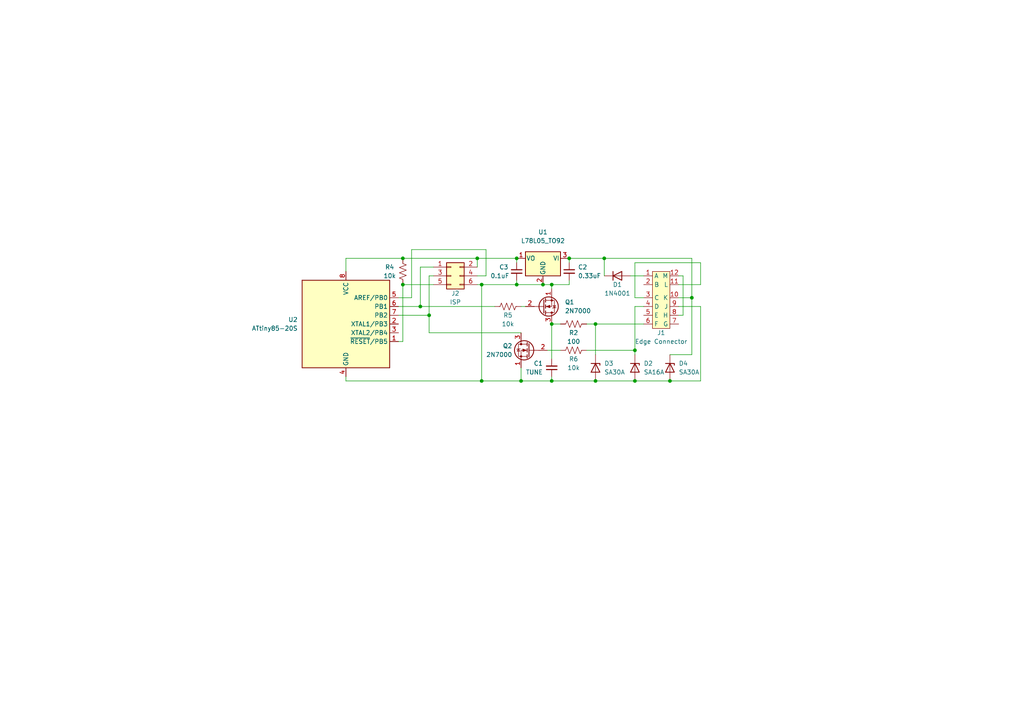
<source format=kicad_sch>
(kicad_sch (version 20211123) (generator eeschema)
  (paper "A4")
  (lib_symbols
    (symbol "CRUISE_CONTROL:CRUISE_EDGE" (in_bom no) (on_board no)
      (property "Reference" "C" (at 0 0 0))
      (property "Value" "CRUISE_EDGE" (at 0 0 0))
      (symbol "CRUISE_EDGE_0_1"
        (rectangle (start -2.54 -2.54) (end 2.54 -19.05) (fill (type background)))
      )
      (symbol "CRUISE_EDGE_1_1"
        (pin input line (at -5.08 -3.81 0) (length 2.54) (name "A") (number "1"))
        (pin input line (at 5.08 -10.16 180) (length 2.54) (name "K") (number "10"))
        (pin input line (at 5.08 -6.35 180) (length 2.54) (name "L") (number "11"))
        (pin input line (at 5.08 -3.81 180) (length 2.54) (name "M") (number "12"))
        (pin input line (at -5.08 -6.35 0) (length 2.54) (name "B") (number "2"))
        (pin input line (at -5.08 -10.16 0) (length 2.54) (name "C") (number "3"))
        (pin input line (at -5.08 -12.7 0) (length 2.54) (name "D") (number "4"))
        (pin input line (at -5.08 -15.24 0) (length 2.54) (name "E") (number "5"))
        (pin input line (at -5.08 -17.78 0) (length 2.54) (name "F") (number "6"))
        (pin input line (at 5.08 -17.78 180) (length 2.54) (name "G") (number "7"))
        (pin input line (at 5.08 -15.24 180) (length 2.54) (name "H") (number "8"))
        (pin input line (at 5.08 -12.7 180) (length 2.54) (name "J") (number "9"))
      )
    )
    (symbol "Connector_Generic:Conn_02x03_Odd_Even" (pin_names (offset 1.016) hide)
      (property "Reference" "J" (at 1.27 5.08 0))
      (property "Value" "Conn_02x03_Odd_Even" (at 1.27 -5.08 0))
      (symbol "Conn_02x03_Odd_Even_1_1"
        (rectangle (start -1.27 -2.413) (end 0 -2.667) (stroke (width 0.1524)))
        (rectangle (start -1.27 0.127) (end 0 -0.127) (stroke (width 0.1524)))
        (rectangle (start -1.27 2.667) (end 0 2.413) (stroke (width 0.1524)))
        (rectangle (start -1.27 3.81) (end 3.81 -3.81) (stroke (width 0.254)) (fill (type background)))
        (rectangle (start 3.81 -2.413) (end 2.54 -2.667) (stroke (width 0.1524)))
        (rectangle (start 3.81 0.127) (end 2.54 -0.127) (stroke (width 0.1524)))
        (rectangle (start 3.81 2.667) (end 2.54 2.413) (stroke (width 0.1524)))
        (pin passive line (at -5.08 2.54 0) (length 3.81) (name "Pin_1") (number "1"))
        (pin passive line (at 7.62 2.54 180) (length 3.81) (name "Pin_2") (number "2"))
        (pin passive line (at -5.08 0 0) (length 3.81) (name "Pin_3") (number "3"))
        (pin passive line (at 7.62 0 180) (length 3.81) (name "Pin_4") (number "4"))
        (pin passive line (at -5.08 -2.54 0) (length 3.81) (name "Pin_5") (number "5"))
        (pin passive line (at 7.62 -2.54 180) (length 3.81) (name "Pin_6") (number "6"))
      )
    )
    (symbol "Device:C_Small" (pin_numbers hide) (pin_names (offset 0.254) hide)
      (property "Reference" "C" (at 0.254 1.778 0))
      (property "Value" "C_Small" (at 0.254 -2.032 0))
      (symbol "C_Small_0_1"
        (polyline (pts (xy -1.524 -0.508) (xy 1.524 -0.508)) (stroke (width 0.3302)))
        (polyline (pts (xy -1.524 0.508) (xy 1.524 0.508)) (stroke (width 0.3048)))
      )
      (symbol "C_Small_1_1"
        (pin passive line (at 0 2.54 270) (length 2.032) (name "~") (number "1"))
        (pin passive line (at 0 -2.54 90) (length 2.032) (name "~") (number "2"))
      )
    )
    (symbol "Device:D_Zener" (pin_numbers hide) (pin_names (offset 1.016) hide)
      (property "Reference" "D" (at 0 2.54 0))
      (property "Value" "D_Zener" (at 0 -2.54 0))
      (symbol "D_Zener_0_1"
        (polyline (pts (xy 1.27 0) (xy -1.27 0)))
        (polyline (pts (xy -1.27 -1.27) (xy -1.27 1.27) (xy -0.762 1.27)) (stroke (width 0.254)))
        (polyline (pts (xy 1.27 -1.27) (xy 1.27 1.27) (xy -1.27 0) (xy 1.27 -1.27)) (stroke (width 0.254)))
      )
      (symbol "D_Zener_1_1"
        (pin passive line (at -3.81 0 0) (length 2.54) (name "K") (number "1"))
        (pin passive line (at 3.81 0 180) (length 2.54) (name "A") (number "2"))
      )
    )
    (symbol "Device:R_US" (pin_numbers hide) (pin_names (offset 0))
      (property "Reference" "R" (at 2.54 0 90))
      (property "Value" "R_US" (at -2.54 0 90))
      (symbol "R_US_0_1"
        (polyline (pts (xy 0 -2.286) (xy 0 -2.54)))
        (polyline (pts (xy 0 2.286) (xy 0 2.54)))
        (polyline (pts (xy 0 -0.762) (xy 1.016 -1.143) (xy 0 -1.524) (xy -1.016 -1.905) (xy 0 -2.286)))
        (polyline (pts (xy 0 0.762) (xy 1.016 0.381) (xy 0 0) (xy -1.016 -0.381) (xy 0 -0.762)))
        (polyline (pts (xy 0 2.286) (xy 1.016 1.905) (xy 0 1.524) (xy -1.016 1.143) (xy 0 0.762)))
      )
      (symbol "R_US_1_1"
        (pin passive line (at 0 3.81 270) (length 1.27) (name "~") (number "1"))
        (pin passive line (at 0 -3.81 90) (length 1.27) (name "~") (number "2"))
      )
    )
    (symbol "Diode:1N4001" (pin_numbers hide) (pin_names hide)
      (property "Reference" "D" (at 0 2.54 0))
      (property "Value" "1N4001" (at 0 -2.54 0))
      (symbol "1N4001_0_1"
        (polyline (pts (xy -1.27 1.27) (xy -1.27 -1.27)) (stroke (width 0.254)))
        (polyline (pts (xy 1.27 0) (xy -1.27 0)))
        (polyline (pts (xy 1.27 1.27) (xy 1.27 -1.27) (xy -1.27 0) (xy 1.27 1.27)) (stroke (width 0.254)))
      )
      (symbol "1N4001_1_1"
        (pin passive line (at -3.81 0 0) (length 2.54) (name "K") (number "1"))
        (pin passive line (at 3.81 0 180) (length 2.54) (name "A") (number "2"))
      )
    )
    (symbol "MCU_Microchip_ATtiny:ATtiny85-20S"
      (property "Reference" "U" (at -12.7 13.97 0))
      (property "Value" "ATtiny85-20S" (at 2.54 -13.97 0))
      (symbol "ATtiny85-20S_0_1"
        (rectangle (start -12.7 -12.7) (end 12.7 12.7) (stroke (width 0.254)) (fill (type background)))
      )
      (symbol "ATtiny85-20S_1_1"
        (pin bidirectional line (at 15.24 -5.08 180) (length 2.54) (name "~{RESET}/PB5") (number "1"))
        (pin bidirectional line (at 15.24 0 180) (length 2.54) (name "XTAL1/PB3") (number "2"))
        (pin bidirectional line (at 15.24 -2.54 180) (length 2.54) (name "XTAL2/PB4") (number "3"))
        (pin power_in line (at 0 -15.24 90) (length 2.54) (name "GND") (number "4"))
        (pin bidirectional line (at 15.24 7.62 180) (length 2.54) (name "AREF/PB0") (number "5"))
        (pin bidirectional line (at 15.24 5.08 180) (length 2.54) (name "PB1") (number "6"))
        (pin bidirectional line (at 15.24 2.54 180) (length 2.54) (name "PB2") (number "7"))
        (pin power_in line (at 0 15.24 270) (length 2.54) (name "VCC") (number "8"))
      )
    )
    (symbol "Regulator_Linear:L78L05_TO92" (pin_names (offset 0.254))
      (property "Reference" "U" (at -3.81 3.175 0))
      (property "Value" "L78L05_TO92" (at 0 3.175 0))
      (symbol "L78L05_TO92_0_1"
        (rectangle (start -5.08 -5.08) (end 5.08 1.905) (stroke (width 0.254)) (fill (type background)))
      )
      (symbol "L78L05_TO92_1_1"
        (pin power_out line (at 7.62 0 180) (length 2.54) (name "VO") (number "1"))
        (pin power_in line (at 0 -7.62 90) (length 2.54) (name "GND") (number "2"))
        (pin power_in line (at -7.62 0 0) (length 2.54) (name "VI") (number "3"))
      )
    )
    (symbol "Transistor_FET:2N7000" (pin_names hide)
      (property "Reference" "Q" (at 5.08 1.905 0))
      (property "Value" "2N7000" (at 5.08 0 0))
      (symbol "2N7000_0_1"
        (polyline (pts (xy 0.254 0) (xy -2.54 0)))
        (polyline (pts (xy 0.254 1.905) (xy 0.254 -1.905)) (stroke (width 0.254)))
        (polyline (pts (xy 0.762 -1.27) (xy 0.762 -2.286)) (stroke (width 0.254)))
        (polyline (pts (xy 0.762 0.508) (xy 0.762 -0.508)) (stroke (width 0.254)))
        (polyline (pts (xy 0.762 2.286) (xy 0.762 1.27)) (stroke (width 0.254)))
        (polyline (pts (xy 2.54 2.54) (xy 2.54 1.778)))
        (polyline (pts (xy 2.54 -2.54) (xy 2.54 0) (xy 0.762 0)))
        (polyline (pts (xy 0.762 -1.778) (xy 3.302 -1.778) (xy 3.302 1.778) (xy 0.762 1.778)))
        (polyline (pts (xy 1.016 0) (xy 2.032 0.381) (xy 2.032 -0.381) (xy 1.016 0)) (fill (type outline)))
        (polyline (pts (xy 2.794 0.508) (xy 2.921 0.381) (xy 3.683 0.381) (xy 3.81 0.254)))
        (polyline (pts (xy 3.302 0.381) (xy 2.921 -0.254) (xy 3.683 -0.254) (xy 3.302 0.381)))
        (circle (center 1.651 0) (radius 2.794) (stroke (width 0.254)))
        (circle (center 2.54 -1.778) (radius 0.254) (fill (type outline)))
        (circle (center 2.54 1.778) (radius 0.254) (fill (type outline)))
      )
      (symbol "2N7000_1_1"
        (pin passive line (at 2.54 -5.08 90) (length 2.54) (name "S") (number "1"))
        (pin input line (at -5.08 0 0) (length 2.54) (name "G") (number "2"))
        (pin passive line (at 2.54 5.08 270) (length 2.54) (name "D") (number "3"))
      )
    )
  )
  (junction (at 172.72 93.98))
  (junction (at 175.26 74.93))
  (junction (at 138.43 74.93))
  (junction (at 157.48 82.55))
  (junction (at 165.1 74.93))
  (junction (at 184.15 101.6))
  (junction (at 160.02 82.55))
  (junction (at 121.92 88.9))
  (junction (at 151.13 110.49))
  (junction (at 160.02 93.98))
  (junction (at 160.02 110.49))
  (junction (at 149.86 82.55))
  (junction (at 124.46 91.44))
  (junction (at 116.84 82.55))
  (junction (at 149.86 74.93))
  (junction (at 139.7 82.55))
  (junction (at 200.66 86.36))
  (junction (at 172.72 110.49))
  (junction (at 139.7 110.49))
  (junction (at 116.84 74.93))
  (junction (at 184.15 110.49))
  (junction (at 194.31 110.49))
  (wire (pts (xy 194.31 110.49) (xy 203.2 110.49)))
  (wire (pts (xy 149.86 76.2) (xy 149.86 74.93)))
  (wire (pts (xy 100.33 109.22) (xy 100.33 110.49)))
  (wire (pts (xy 157.48 82.55) (xy 149.86 82.55)))
  (wire (pts (xy 182.88 80.01) (xy 186.69 80.01)))
  (wire (pts (xy 100.33 110.49) (xy 139.7 110.49)))
  (wire (pts (xy 184.15 88.9) (xy 184.15 101.6)))
  (wire (pts (xy 116.84 82.55) (xy 125.73 82.55)))
  (wire (pts (xy 198.12 80.01) (xy 198.12 91.44)))
  (wire (pts (xy 200.66 74.93) (xy 200.66 86.36)))
  (wire (pts (xy 196.85 88.9) (xy 203.2 88.9)))
  (wire (pts (xy 116.84 74.93) (xy 138.43 74.93)))
  (wire (pts (xy 200.66 102.87) (xy 200.66 86.36)))
  (wire (pts (xy 165.1 76.2) (xy 165.1 74.93)))
  (wire (pts (xy 165.1 74.93) (xy 175.26 74.93)))
  (wire (pts (xy 138.43 77.47) (xy 138.43 74.93)))
  (wire (pts (xy 170.18 101.6) (xy 184.15 101.6)))
  (wire (pts (xy 184.15 101.6) (xy 184.15 102.87)))
  (wire (pts (xy 160.02 93.98) (xy 162.56 93.98)))
  (wire (pts (xy 119.38 72.39) (xy 140.97 72.39)))
  (wire (pts (xy 172.72 110.49) (xy 184.15 110.49)))
  (wire (pts (xy 160.02 109.22) (xy 160.02 110.49)))
  (wire (pts (xy 139.7 82.55) (xy 149.86 82.55)))
  (wire (pts (xy 115.57 88.9) (xy 121.92 88.9)))
  (wire (pts (xy 184.15 76.2) (xy 184.15 86.36)))
  (wire (pts (xy 116.84 99.06) (xy 116.84 82.55)))
  (wire (pts (xy 121.92 77.47) (xy 125.73 77.47)))
  (wire (pts (xy 158.75 101.6) (xy 162.56 101.6)))
  (wire (pts (xy 121.92 88.9) (xy 143.51 88.9)))
  (wire (pts (xy 151.13 106.68) (xy 151.13 110.49)))
  (wire (pts (xy 184.15 110.49) (xy 194.31 110.49)))
  (wire (pts (xy 151.13 88.9) (xy 152.4 88.9)))
  (wire (pts (xy 160.02 110.49) (xy 172.72 110.49)))
  (wire (pts (xy 138.43 74.93) (xy 149.86 74.93)))
  (wire (pts (xy 175.26 74.93) (xy 175.26 80.01)))
  (wire (pts (xy 115.57 99.06) (xy 116.84 99.06)))
  (wire (pts (xy 175.26 74.93) (xy 200.66 74.93)))
  (wire (pts (xy 115.57 86.36) (xy 119.38 86.36)))
  (wire (pts (xy 151.13 110.49) (xy 160.02 110.49)))
  (wire (pts (xy 194.31 102.87) (xy 200.66 102.87)))
  (wire (pts (xy 184.15 88.9) (xy 186.69 88.9)))
  (wire (pts (xy 138.43 80.01) (xy 140.97 80.01)))
  (wire (pts (xy 151.13 96.52) (xy 124.46 96.52)))
  (wire (pts (xy 140.97 80.01) (xy 140.97 72.39)))
  (wire (pts (xy 196.85 86.36) (xy 200.66 86.36)))
  (wire (pts (xy 119.38 86.36) (xy 119.38 72.39)))
  (wire (pts (xy 203.2 76.2) (xy 203.2 82.55)))
  (wire (pts (xy 172.72 93.98) (xy 172.72 102.87)))
  (wire (pts (xy 186.69 86.36) (xy 184.15 86.36)))
  (wire (pts (xy 121.92 77.47) (xy 121.92 88.9)))
  (wire (pts (xy 196.85 82.55) (xy 203.2 82.55)))
  (wire (pts (xy 160.02 82.55) (xy 165.1 82.55)))
  (wire (pts (xy 124.46 96.52) (xy 124.46 91.44)))
  (wire (pts (xy 203.2 110.49) (xy 203.2 88.9)))
  (wire (pts (xy 184.15 76.2) (xy 203.2 76.2)))
  (wire (pts (xy 139.7 110.49) (xy 151.13 110.49)))
  (wire (pts (xy 160.02 83.82) (xy 160.02 82.55)))
  (wire (pts (xy 157.48 82.55) (xy 160.02 82.55)))
  (wire (pts (xy 172.72 93.98) (xy 186.69 93.98)))
  (wire (pts (xy 149.86 81.28) (xy 149.86 82.55)))
  (wire (pts (xy 124.46 80.01) (xy 125.73 80.01)))
  (wire (pts (xy 170.18 93.98) (xy 172.72 93.98)))
  (wire (pts (xy 100.33 78.74) (xy 100.33 74.93)))
  (wire (pts (xy 100.33 74.93) (xy 116.84 74.93)))
  (wire (pts (xy 196.85 80.01) (xy 198.12 80.01)))
  (wire (pts (xy 139.7 82.55) (xy 139.7 110.49)))
  (wire (pts (xy 196.85 91.44) (xy 198.12 91.44)))
  (wire (pts (xy 124.46 80.01) (xy 124.46 91.44)))
  (wire (pts (xy 165.1 82.55) (xy 165.1 81.28)))
  (wire (pts (xy 160.02 93.98) (xy 160.02 104.14)))
  (wire (pts (xy 115.57 91.44) (xy 124.46 91.44)))
  (wire (pts (xy 138.43 82.55) (xy 139.7 82.55)))
  (symbol (lib_id "Regulator_Linear:L78L05_TO92") (at 157.48 74.93 0) (mirror y) (unit 1)
    (property "Reference" "U1" (at 157.48 67.31 0))
    (property "Value" "L78L05_TO92" (at 157.48 69.85 0))
    (property "Footprint" "Package_TO_SOT_THT:TO-92_Inline" (effects hide))
    (property "Datasheet" "http://www.st.com/content/ccc/resource/technical/document/datasheet/15/55/e5/aa/23/5b/43/fd/CD00000446.pdf/files/CD00000446.pdf/jcr:content/translations/en.CD00000446.pdf" (effects hide))
  )
  (symbol (lib_id "Device:R_US") (at 166.37 101.6 90) (unit 1)
    (property "Reference" "R6" (at 166.37 104.14 90))
    (property "Value" "10k" (at 166.37 106.68 90))
    (property "Footprint" "Resistor_THT:R_Axial_DIN0204_L3.6mm_D1.6mm_P5.08mm_Horizontal" (effects hide))
  )
  (symbol (lib_id "Device:R_US") (at 147.32 88.9 270) (unit 1)
    (property "Reference" "R5" (at 147.32 91.44 90))
    (property "Value" "10k" (at 147.32 93.98 90))
    (property "Footprint" "Resistor_THT:R_Axial_DIN0204_L3.6mm_D1.6mm_P5.08mm_Horizontal" (effects hide))
  )
  (symbol (lib_id "Device:D_Zener") (at 184.15 106.68 270) (unit 1)
    (property "Reference" "D2" (at 186.69 105.4099 90) (effects (justify left)))
    (property "Value" "SA16A" (at 186.69 107.9499 90) (effects (justify left)))
    (property "Footprint" "Diode_THT:D_A-405_P7.62mm_Horizontal" (effects hide))
    (property "Datasheet" "https://www.littelfuse.com/assetdocs/tvs-diodes-sa-datasheet?assetguid=93214550-6aff-4192-8ecd-8094a6f7cc98" (effects hide))
  )
  (symbol (lib_id "Device:C_Small") (at 165.1 78.74 0) (unit 1)
    (property "Reference" "C2" (at 167.64 77.4762 0) (effects (justify left)))
    (property "Value" "0.33uF" (at 167.64 80.0162 0) (effects (justify left)))
    (property "Footprint" "Capacitor_THT:C_Axial_L3.8mm_D2.6mm_P7.50mm_Horizontal" (effects hide))
  )
  (symbol (lib_id "Device:D_Zener") (at 172.72 106.68 270) (unit 1)
    (property "Reference" "D3" (at 175.26 105.4099 90) (effects (justify left)))
    (property "Value" "SA30A" (at 175.26 107.9499 90) (effects (justify left)))
    (property "Footprint" "Diode_THT:D_A-405_P7.62mm_Horizontal" (effects hide))
    (property "Datasheet" "https://www.littelfuse.com/assetdocs/tvs-diodes-sa-datasheet?assetguid=93214550-6aff-4192-8ecd-8094a6f7cc98" (effects hide))
  )
  (symbol (lib_id "Device:C_Small") (at 149.86 78.74 0) (unit 1)
    (property "Reference" "C3" (at 144.78 77.47 0) (effects (justify left)))
    (property "Value" "0.1uF" (at 142.24 80.01 0) (effects (justify left)))
    (property "Footprint" "Capacitor_THT:C_Axial_L3.8mm_D2.6mm_P7.50mm_Horizontal" (effects hide))
  )
  (symbol (lib_id "Diode:1N4001") (at 179.07 80.01 0) (unit 1)
    (property "Reference" "D1" (at 179.07 82.55 0))
    (property "Value" "1N4001" (at 179.07 85.09 0))
    (property "Footprint" "Diode_THT:D_DO-41_SOD81_P10.16mm_Horizontal" (effects hide))
    (property "Datasheet" "http://www.vishay.com/docs/88503/1n4001.pdf" (effects hide))
  )
  (symbol (lib_id "Transistor_FET:2N7000") (at 153.67 101.6 0) (mirror y) (unit 1)
    (property "Reference" "Q2" (at 148.59 100.33 0) (effects (justify left)))
    (property "Value" "2N7000" (at 148.59 102.87 0) (effects (justify left)))
    (property "Footprint" "Package_TO_SOT_THT:TO-92_Inline" (effects hide))
    (property "Datasheet" "https://www.vishay.com/docs/70226/70226.pdf" (effects hide))
  )
  (symbol (lib_id "Device:R_US") (at 166.37 93.98 90) (unit 1)
    (property "Reference" "R2" (at 166.37 96.52 90))
    (property "Value" "100" (at 166.37 99.06 90))
    (property "Footprint" "Resistor_THT:R_Axial_DIN0204_L3.6mm_D1.6mm_P5.08mm_Horizontal" (effects hide))
  )
  (symbol (lib_id "Device:C_Small") (at 160.02 106.68 180) (unit 1) (in_bom no)
    (property "Reference" "C1" (at 157.48 105.41 0) (effects (justify left)))
    (property "Value" "TUNE" (at 157.48 107.95 0) (effects (justify left)))
    (property "Footprint" "Capacitor_THT:C_Axial_L3.8mm_D2.6mm_P7.50mm_Horizontal" (effects hide))
  )
  (symbol (lib_id "Connector_Generic:Conn_02x03_Odd_Even") (at 130.81 80.01 0) (unit 1)
    (property "Reference" "J2" (at 132.08 85.09 0))
    (property "Value" "ISP" (at 132.08 87.63 0))
    (property "Footprint" "Connector_PinHeader_2.54mm:PinHeader_2x03_P2.54mm_Vertical" (effects hide))
  )
  (symbol (lib_id "Transistor_FET:2N7000") (at 157.48 88.9 0) (mirror x) (unit 1)
    (property "Reference" "Q1" (at 163.83 87.6299 0) (effects (justify left)))
    (property "Value" "2N7000" (at 163.83 90.1699 0) (effects (justify left)))
    (property "Footprint" "Package_TO_SOT_THT:TO-92_Inline" (effects hide))
    (property "Datasheet" "https://www.vishay.com/docs/70226/70226.pdf" (effects hide))
  )
  (symbol (lib_id "CRUISE_CONTROL:CRUISE_EDGE") (at 191.77 76.2 0) (unit 1) (in_bom no)
    (property "Reference" "J1" (at 191.77 96.52 0))
    (property "Value" "Edge Connector" (at 191.77 99.06 0))
    (property "Footprint" "CRUISE_CONTROL:CRUISE_EDGE" (effects hide))
  )
  (symbol (lib_id "MCU_Microchip_ATtiny:ATtiny85-20S") (at 100.33 93.98 0) (unit 1)
    (property "Reference" "U2" (at 86.36 92.7099 0) (effects (justify right)))
    (property "Value" "ATtiny85-20S" (at 86.36 95.2499 0) (effects (justify right)))
    (property "Footprint" "Package_DIP:DIP-8_W7.62mm" (effects hide))
    (property "Datasheet" "http://ww1.microchip.com/downloads/en/DeviceDoc/atmel-2586-avr-8-bit-microcontroller-attiny25-attiny45-attiny85_datasheet.pdf" (effects hide))
  )
  (symbol (lib_id "Device:R_US") (at 116.84 78.74 180) (unit 1)
    (property "Reference" "R4" (at 113.03 77.47 0))
    (property "Value" "10k" (at 113.03 80.01 0))
    (property "Footprint" "Resistor_THT:R_Axial_DIN0204_L3.6mm_D1.6mm_P5.08mm_Horizontal" (effects hide))
  )
  (symbol (lib_id "Device:D_Zener") (at 194.31 106.68 270) (unit 1)
    (property "Reference" "D4" (at 196.85 105.4099 90) (effects (justify left)))
    (property "Value" "SA30A" (at 196.85 107.9499 90) (effects (justify left)))
    (property "Footprint" "Diode_THT:D_A-405_P7.62mm_Horizontal" (effects hide))
    (property "Datasheet" "https://www.littelfuse.com/assetdocs/tvs-diodes-sa-datasheet?assetguid=93214550-6aff-4192-8ecd-8094a6f7cc98" (effects hide))
  )
)
</source>
